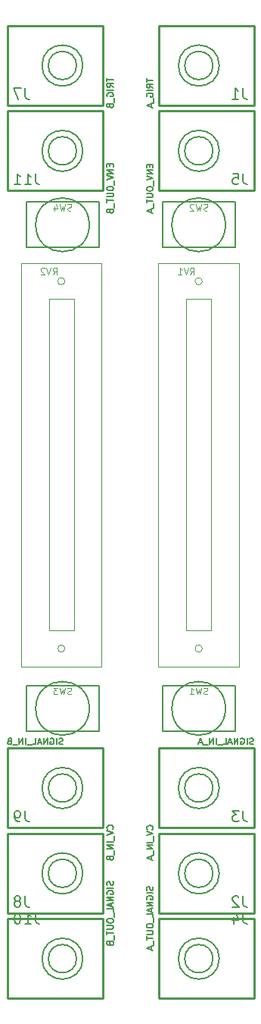
<source format=gbr>
G04 #@! TF.GenerationSoftware,KiCad,Pcbnew,(5.1.9)-1*
G04 #@! TF.CreationDate,2021-09-10T16:45:40+02:00*
G04 #@! TF.ProjectId,Skis,536b6973-2e6b-4696-9361-645f70636258,rev?*
G04 #@! TF.SameCoordinates,Original*
G04 #@! TF.FileFunction,Legend,Bot*
G04 #@! TF.FilePolarity,Positive*
%FSLAX46Y46*%
G04 Gerber Fmt 4.6, Leading zero omitted, Abs format (unit mm)*
G04 Created by KiCad (PCBNEW (5.1.9)-1) date 2021-09-10 16:45:40*
%MOMM*%
%LPD*%
G01*
G04 APERTURE LIST*
%ADD10C,0.120000*%
%ADD11C,0.127000*%
%ADD12C,0.254000*%
%ADD13C,0.150000*%
%ADD14C,0.152400*%
G04 APERTURE END LIST*
D10*
X90675000Y-85302000D02*
X90675000Y-48302000D01*
X93475000Y-48302000D02*
X93475000Y-85302000D01*
X90675000Y-48302000D02*
X93475000Y-48302000D01*
X90675000Y-85302000D02*
X93475000Y-85302000D01*
X92475000Y-87302000D02*
G75*
G03*
X92475000Y-87302000I-400000J0D01*
G01*
X92475000Y-46302000D02*
G75*
G03*
X92475000Y-46302000I-400000J0D01*
G01*
X87575000Y-44302000D02*
X87575000Y-89302000D01*
X96575000Y-44302000D02*
X87575000Y-44302000D01*
X96575000Y-89302000D02*
X96575000Y-44302000D01*
X87575000Y-89302000D02*
X96575000Y-89302000D01*
D11*
X94373700Y-22225000D02*
G75*
G03*
X94373700Y-22225000I-2286000J0D01*
G01*
X93662500Y-22225000D02*
G75*
G03*
X93662500Y-22225000I-1574800J0D01*
G01*
D12*
X87579200Y-26670000D02*
X87579200Y-17780000D01*
X98247200Y-26670000D02*
X87579200Y-26670000D01*
X98247200Y-17780000D02*
X98247200Y-26670000D01*
X87579200Y-17780000D02*
X98247200Y-17780000D01*
D11*
X94373699Y-112395000D02*
G75*
G03*
X94373699Y-112395000I-2286000J0D01*
G01*
X93662499Y-112395000D02*
G75*
G03*
X93662499Y-112395000I-1574800J0D01*
G01*
D12*
X87579199Y-116840000D02*
X87579199Y-107950000D01*
X98247199Y-116840000D02*
X87579199Y-116840000D01*
X98247199Y-107950000D02*
X98247199Y-116840000D01*
X87579199Y-107950000D02*
X98247199Y-107950000D01*
D11*
X94373700Y-102870000D02*
G75*
G03*
X94373700Y-102870000I-2286000J0D01*
G01*
X93662500Y-102870000D02*
G75*
G03*
X93662500Y-102870000I-1574800J0D01*
G01*
D12*
X87579200Y-107315000D02*
X87579200Y-98425000D01*
X98247200Y-107315000D02*
X87579200Y-107315000D01*
X98247200Y-98425000D02*
X98247200Y-107315000D01*
X87579200Y-98425000D02*
X98247200Y-98425000D01*
X87579200Y-117475000D02*
X98247200Y-117475000D01*
X98247200Y-117475000D02*
X98247200Y-126365000D01*
X98247200Y-126365000D02*
X87579200Y-126365000D01*
X87579200Y-126365000D02*
X87579200Y-117475000D01*
D11*
X93662500Y-121920000D02*
G75*
G03*
X93662500Y-121920000I-1574800J0D01*
G01*
X94373700Y-121920000D02*
G75*
G03*
X94373700Y-121920000I-2286000J0D01*
G01*
D12*
X87579200Y-27305000D02*
X98247200Y-27305000D01*
X98247200Y-27305000D02*
X98247200Y-36195000D01*
X98247200Y-36195000D02*
X87579200Y-36195000D01*
X87579200Y-36195000D02*
X87579200Y-27305000D01*
D11*
X93662500Y-31750000D02*
G75*
G03*
X93662500Y-31750000I-1574800J0D01*
G01*
X94373700Y-31750000D02*
G75*
G03*
X94373700Y-31750000I-2286000J0D01*
G01*
D13*
X95075000Y-93980000D02*
G75*
G03*
X95075000Y-93980000I-3000000J0D01*
G01*
X96140000Y-96520000D02*
X88010000Y-96520000D01*
X96140000Y-91440000D02*
X88010000Y-91440000D01*
X96140000Y-91440000D02*
X96140000Y-96520000D01*
X88010000Y-91440000D02*
X88010000Y-96520000D01*
X88010000Y-37465000D02*
X88010000Y-42545000D01*
X96140000Y-37465000D02*
X96140000Y-42545000D01*
X96140000Y-37465000D02*
X88010000Y-37465000D01*
X96140000Y-42545000D02*
X88010000Y-42545000D01*
X95075000Y-40005000D02*
G75*
G03*
X95075000Y-40005000I-3000000J0D01*
G01*
D12*
X81330800Y-26670000D02*
X70662800Y-26670000D01*
X70662800Y-26670000D02*
X70662800Y-17780000D01*
X70662800Y-17780000D02*
X81330800Y-17780000D01*
X81330800Y-17780000D02*
X81330800Y-26670000D01*
D11*
X78397100Y-22225000D02*
G75*
G03*
X78397100Y-22225000I-1574800J0D01*
G01*
X79108300Y-22225000D02*
G75*
G03*
X79108300Y-22225000I-2286000J0D01*
G01*
X79108300Y-112395000D02*
G75*
G03*
X79108300Y-112395000I-2286000J0D01*
G01*
X78397100Y-112395000D02*
G75*
G03*
X78397100Y-112395000I-1574800J0D01*
G01*
D12*
X81330800Y-107950000D02*
X81330800Y-116840000D01*
X70662800Y-107950000D02*
X81330800Y-107950000D01*
X70662800Y-116840000D02*
X70662800Y-107950000D01*
X81330800Y-116840000D02*
X70662800Y-116840000D01*
D11*
X79108300Y-102870000D02*
G75*
G03*
X79108300Y-102870000I-2286000J0D01*
G01*
X78397100Y-102870000D02*
G75*
G03*
X78397100Y-102870000I-1574800J0D01*
G01*
D12*
X81330800Y-98425000D02*
X81330800Y-107315000D01*
X70662800Y-98425000D02*
X81330800Y-98425000D01*
X70662800Y-107315000D02*
X70662800Y-98425000D01*
X81330800Y-107315000D02*
X70662800Y-107315000D01*
D11*
X79108300Y-121920000D02*
G75*
G03*
X79108300Y-121920000I-2286000J0D01*
G01*
X78397100Y-121920000D02*
G75*
G03*
X78397100Y-121920000I-1574800J0D01*
G01*
D12*
X81330800Y-117475000D02*
X81330800Y-126365000D01*
X70662800Y-117475000D02*
X81330800Y-117475000D01*
X70662800Y-126365000D02*
X70662800Y-117475000D01*
X81330800Y-126365000D02*
X70662800Y-126365000D01*
X81330800Y-36195000D02*
X70662800Y-36195000D01*
X70662800Y-36195000D02*
X70662800Y-27305000D01*
X70662800Y-27305000D02*
X81330800Y-27305000D01*
X81330800Y-27305000D02*
X81330800Y-36195000D01*
D11*
X78397100Y-31750000D02*
G75*
G03*
X78397100Y-31750000I-1574800J0D01*
G01*
X79108300Y-31750000D02*
G75*
G03*
X79108300Y-31750000I-2286000J0D01*
G01*
D13*
X79835000Y-93980000D02*
G75*
G03*
X79835000Y-93980000I-3000000J0D01*
G01*
X80900000Y-96520000D02*
X72770000Y-96520000D01*
X80900000Y-91440000D02*
X72770000Y-91440000D01*
X80900000Y-91440000D02*
X80900000Y-96520000D01*
X72770000Y-91440000D02*
X72770000Y-96520000D01*
X72770000Y-37465000D02*
X72770000Y-42545000D01*
X80900000Y-37465000D02*
X80900000Y-42545000D01*
X80900000Y-37465000D02*
X72770000Y-37465000D01*
X80900000Y-42545000D02*
X72770000Y-42545000D01*
X79835000Y-40005000D02*
G75*
G03*
X79835000Y-40005000I-3000000J0D01*
G01*
D10*
X72208000Y-89302000D02*
X81208000Y-89302000D01*
X81208000Y-89302000D02*
X81208000Y-44302000D01*
X81208000Y-44302000D02*
X72208000Y-44302000D01*
X72208000Y-44302000D02*
X72208000Y-89302000D01*
X77108000Y-46302000D02*
G75*
G03*
X77108000Y-46302000I-400000J0D01*
G01*
X77108000Y-87302000D02*
G75*
G03*
X77108000Y-87302000I-400000J0D01*
G01*
X75308000Y-85302000D02*
X78108000Y-85302000D01*
X75308000Y-48302000D02*
X78108000Y-48302000D01*
X78108000Y-48302000D02*
X78108000Y-85302000D01*
X75308000Y-85302000D02*
X75308000Y-48302000D01*
X91124428Y-45551285D02*
X91374428Y-45194142D01*
X91553000Y-45551285D02*
X91553000Y-44801285D01*
X91267285Y-44801285D01*
X91195857Y-44837000D01*
X91160142Y-44872714D01*
X91124428Y-44944142D01*
X91124428Y-45051285D01*
X91160142Y-45122714D01*
X91195857Y-45158428D01*
X91267285Y-45194142D01*
X91553000Y-45194142D01*
X90910142Y-44801285D02*
X90660142Y-45551285D01*
X90410142Y-44801285D01*
X89767285Y-45551285D02*
X90195857Y-45551285D01*
X89981571Y-45551285D02*
X89981571Y-44801285D01*
X90053000Y-44908428D01*
X90124428Y-44979857D01*
X90195857Y-45015571D01*
D14*
X97058963Y-24771047D02*
X97058963Y-25632833D01*
X97116416Y-25805190D01*
X97231320Y-25920095D01*
X97403678Y-25977547D01*
X97518582Y-25977547D01*
X95852463Y-25977547D02*
X96541892Y-25977547D01*
X96197178Y-25977547D02*
X96197178Y-24771047D01*
X96312082Y-24943404D01*
X96426987Y-25058309D01*
X96541892Y-25115761D01*
X86261666Y-23660726D02*
X86261666Y-24060726D01*
X86961666Y-23860726D02*
X86261666Y-23860726D01*
X86961666Y-24694060D02*
X86628333Y-24460726D01*
X86961666Y-24294060D02*
X86261666Y-24294060D01*
X86261666Y-24560726D01*
X86295000Y-24627393D01*
X86328333Y-24660726D01*
X86395000Y-24694060D01*
X86495000Y-24694060D01*
X86561666Y-24660726D01*
X86595000Y-24627393D01*
X86628333Y-24560726D01*
X86628333Y-24294060D01*
X86961666Y-24994060D02*
X86261666Y-24994060D01*
X86295000Y-25694060D02*
X86261666Y-25627393D01*
X86261666Y-25527393D01*
X86295000Y-25427393D01*
X86361666Y-25360726D01*
X86428333Y-25327393D01*
X86561666Y-25294060D01*
X86661666Y-25294060D01*
X86795000Y-25327393D01*
X86861666Y-25360726D01*
X86928333Y-25427393D01*
X86961666Y-25527393D01*
X86961666Y-25594060D01*
X86928333Y-25694060D01*
X86895000Y-25727393D01*
X86661666Y-25727393D01*
X86661666Y-25594060D01*
X87028333Y-25860726D02*
X87028333Y-26394060D01*
X86761666Y-26527393D02*
X86761666Y-26860726D01*
X86961666Y-26460726D02*
X86261666Y-26694060D01*
X86961666Y-26927393D01*
X97058962Y-114941047D02*
X97058962Y-115802833D01*
X97116415Y-115975190D01*
X97231319Y-116090095D01*
X97403677Y-116147547D01*
X97518581Y-116147547D01*
X96541891Y-115055952D02*
X96484439Y-114998500D01*
X96369534Y-114941047D01*
X96082272Y-114941047D01*
X95967367Y-114998500D01*
X95909915Y-115055952D01*
X95852462Y-115170857D01*
X95852462Y-115285761D01*
X95909915Y-115458119D01*
X96599343Y-116147547D01*
X95852462Y-116147547D01*
X86894999Y-107504993D02*
X86928332Y-107471660D01*
X86961665Y-107371660D01*
X86961665Y-107304993D01*
X86928332Y-107204993D01*
X86861665Y-107138327D01*
X86794999Y-107104993D01*
X86661665Y-107071660D01*
X86561665Y-107071660D01*
X86428332Y-107104993D01*
X86361665Y-107138327D01*
X86294999Y-107204993D01*
X86261665Y-107304993D01*
X86261665Y-107371660D01*
X86294999Y-107471660D01*
X86328332Y-107504993D01*
X86261665Y-107704993D02*
X86961665Y-107938327D01*
X86261665Y-108171660D01*
X87028332Y-108238327D02*
X87028332Y-108771660D01*
X86961665Y-108938327D02*
X86261665Y-108938327D01*
X86961665Y-109271660D02*
X86261665Y-109271660D01*
X86961665Y-109671660D01*
X86261665Y-109671660D01*
X87028332Y-109838327D02*
X87028332Y-110371660D01*
X86761665Y-110504993D02*
X86761665Y-110838327D01*
X86961665Y-110438327D02*
X86261665Y-110671660D01*
X86961665Y-110904993D01*
X97058963Y-105416047D02*
X97058963Y-106277833D01*
X97116416Y-106450190D01*
X97231320Y-106565095D01*
X97403678Y-106622547D01*
X97518582Y-106622547D01*
X96599344Y-105416047D02*
X95852463Y-105416047D01*
X96254630Y-105875666D01*
X96082273Y-105875666D01*
X95967368Y-105933119D01*
X95909916Y-105990571D01*
X95852463Y-106105476D01*
X95852463Y-106392738D01*
X95909916Y-106507642D01*
X95967368Y-106565095D01*
X96082273Y-106622547D01*
X96426987Y-106622547D01*
X96541892Y-106565095D01*
X96599344Y-106507642D01*
X98192606Y-97977333D02*
X98092606Y-98010666D01*
X97925940Y-98010666D01*
X97859273Y-97977333D01*
X97825940Y-97944000D01*
X97792606Y-97877333D01*
X97792606Y-97810666D01*
X97825940Y-97744000D01*
X97859273Y-97710666D01*
X97925940Y-97677333D01*
X98059273Y-97644000D01*
X98125940Y-97610666D01*
X98159273Y-97577333D01*
X98192606Y-97510666D01*
X98192606Y-97444000D01*
X98159273Y-97377333D01*
X98125940Y-97344000D01*
X98059273Y-97310666D01*
X97892606Y-97310666D01*
X97792606Y-97344000D01*
X97492606Y-98010666D02*
X97492606Y-97310666D01*
X96792606Y-97344000D02*
X96859273Y-97310666D01*
X96959273Y-97310666D01*
X97059273Y-97344000D01*
X97125940Y-97410666D01*
X97159273Y-97477333D01*
X97192606Y-97610666D01*
X97192606Y-97710666D01*
X97159273Y-97844000D01*
X97125940Y-97910666D01*
X97059273Y-97977333D01*
X96959273Y-98010666D01*
X96892606Y-98010666D01*
X96792606Y-97977333D01*
X96759273Y-97944000D01*
X96759273Y-97710666D01*
X96892606Y-97710666D01*
X96459273Y-98010666D02*
X96459273Y-97310666D01*
X96059273Y-98010666D01*
X96059273Y-97310666D01*
X95759273Y-97810666D02*
X95425940Y-97810666D01*
X95825940Y-98010666D02*
X95592606Y-97310666D01*
X95359273Y-98010666D01*
X94792606Y-98010666D02*
X95125940Y-98010666D01*
X95125940Y-97310666D01*
X94725940Y-98077333D02*
X94192606Y-98077333D01*
X94025940Y-98010666D02*
X94025940Y-97310666D01*
X93692606Y-98010666D02*
X93692606Y-97310666D01*
X93292606Y-98010666D01*
X93292606Y-97310666D01*
X93125940Y-98077333D02*
X92592606Y-98077333D01*
X92459273Y-97810666D02*
X92125940Y-97810666D01*
X92525940Y-98010666D02*
X92292606Y-97310666D01*
X92059273Y-98010666D01*
X97058963Y-116846047D02*
X97058963Y-117707833D01*
X97116416Y-117880190D01*
X97231320Y-117995095D01*
X97403678Y-118052547D01*
X97518582Y-118052547D01*
X95967368Y-117248214D02*
X95967368Y-118052547D01*
X96254630Y-116788595D02*
X96541892Y-117650380D01*
X95795011Y-117650380D01*
X86928333Y-113897393D02*
X86961666Y-113997393D01*
X86961666Y-114164060D01*
X86928333Y-114230726D01*
X86895000Y-114264060D01*
X86828333Y-114297393D01*
X86761666Y-114297393D01*
X86695000Y-114264060D01*
X86661666Y-114230726D01*
X86628333Y-114164060D01*
X86595000Y-114030726D01*
X86561666Y-113964060D01*
X86528333Y-113930726D01*
X86461666Y-113897393D01*
X86395000Y-113897393D01*
X86328333Y-113930726D01*
X86295000Y-113964060D01*
X86261666Y-114030726D01*
X86261666Y-114197393D01*
X86295000Y-114297393D01*
X86961666Y-114597393D02*
X86261666Y-114597393D01*
X86295000Y-115297393D02*
X86261666Y-115230726D01*
X86261666Y-115130726D01*
X86295000Y-115030726D01*
X86361666Y-114964060D01*
X86428333Y-114930726D01*
X86561666Y-114897393D01*
X86661666Y-114897393D01*
X86795000Y-114930726D01*
X86861666Y-114964060D01*
X86928333Y-115030726D01*
X86961666Y-115130726D01*
X86961666Y-115197393D01*
X86928333Y-115297393D01*
X86895000Y-115330726D01*
X86661666Y-115330726D01*
X86661666Y-115197393D01*
X86961666Y-115630726D02*
X86261666Y-115630726D01*
X86961666Y-116030726D01*
X86261666Y-116030726D01*
X86761666Y-116330726D02*
X86761666Y-116664060D01*
X86961666Y-116264060D02*
X86261666Y-116497393D01*
X86961666Y-116730726D01*
X86961666Y-117297393D02*
X86961666Y-116964060D01*
X86261666Y-116964060D01*
X87028333Y-117364060D02*
X87028333Y-117897393D01*
X86261666Y-118197393D02*
X86261666Y-118330726D01*
X86295000Y-118397393D01*
X86361666Y-118464060D01*
X86495000Y-118497393D01*
X86728333Y-118497393D01*
X86861666Y-118464060D01*
X86928333Y-118397393D01*
X86961666Y-118330726D01*
X86961666Y-118197393D01*
X86928333Y-118130726D01*
X86861666Y-118064060D01*
X86728333Y-118030726D01*
X86495000Y-118030726D01*
X86361666Y-118064060D01*
X86295000Y-118130726D01*
X86261666Y-118197393D01*
X86261666Y-118797393D02*
X86828333Y-118797393D01*
X86895000Y-118830726D01*
X86928333Y-118864060D01*
X86961666Y-118930726D01*
X86961666Y-119064060D01*
X86928333Y-119130726D01*
X86895000Y-119164060D01*
X86828333Y-119197393D01*
X86261666Y-119197393D01*
X86261666Y-119430726D02*
X86261666Y-119830726D01*
X86961666Y-119630726D02*
X86261666Y-119630726D01*
X87028333Y-119897393D02*
X87028333Y-120430726D01*
X86761666Y-120564060D02*
X86761666Y-120897393D01*
X86961666Y-120497393D02*
X86261666Y-120730726D01*
X86961666Y-120964060D01*
X97058963Y-34296047D02*
X97058963Y-35157833D01*
X97116416Y-35330190D01*
X97231320Y-35445095D01*
X97403678Y-35502547D01*
X97518582Y-35502547D01*
X95909916Y-34296047D02*
X96484440Y-34296047D01*
X96541892Y-34870571D01*
X96484440Y-34813119D01*
X96369535Y-34755666D01*
X96082273Y-34755666D01*
X95967368Y-34813119D01*
X95909916Y-34870571D01*
X95852463Y-34985476D01*
X95852463Y-35272738D01*
X95909916Y-35387642D01*
X95967368Y-35445095D01*
X96082273Y-35502547D01*
X96369535Y-35502547D01*
X96484440Y-35445095D01*
X96541892Y-35387642D01*
X86595000Y-33285726D02*
X86595000Y-33519060D01*
X86961666Y-33619060D02*
X86961666Y-33285726D01*
X86261666Y-33285726D01*
X86261666Y-33619060D01*
X86961666Y-33919060D02*
X86261666Y-33919060D01*
X86961666Y-34319060D01*
X86261666Y-34319060D01*
X86261666Y-34552393D02*
X86961666Y-34785726D01*
X86261666Y-35019060D01*
X87028333Y-35085726D02*
X87028333Y-35619060D01*
X86261666Y-35919060D02*
X86261666Y-36052393D01*
X86295000Y-36119060D01*
X86361666Y-36185726D01*
X86495000Y-36219060D01*
X86728333Y-36219060D01*
X86861666Y-36185726D01*
X86928333Y-36119060D01*
X86961666Y-36052393D01*
X86961666Y-35919060D01*
X86928333Y-35852393D01*
X86861666Y-35785726D01*
X86728333Y-35752393D01*
X86495000Y-35752393D01*
X86361666Y-35785726D01*
X86295000Y-35852393D01*
X86261666Y-35919060D01*
X86261666Y-36519060D02*
X86828333Y-36519060D01*
X86895000Y-36552393D01*
X86928333Y-36585726D01*
X86961666Y-36652393D01*
X86961666Y-36785726D01*
X86928333Y-36852393D01*
X86895000Y-36885726D01*
X86828333Y-36919060D01*
X86261666Y-36919060D01*
X86261666Y-37152393D02*
X86261666Y-37552393D01*
X86961666Y-37352393D02*
X86261666Y-37352393D01*
X87028333Y-37619060D02*
X87028333Y-38152393D01*
X86761666Y-38285726D02*
X86761666Y-38619060D01*
X86961666Y-38219060D02*
X86261666Y-38452393D01*
X86961666Y-38685726D01*
D10*
X93075000Y-92378571D02*
X92967857Y-92414285D01*
X92789285Y-92414285D01*
X92717857Y-92378571D01*
X92682142Y-92342857D01*
X92646428Y-92271428D01*
X92646428Y-92200000D01*
X92682142Y-92128571D01*
X92717857Y-92092857D01*
X92789285Y-92057142D01*
X92932142Y-92021428D01*
X93003571Y-91985714D01*
X93039285Y-91950000D01*
X93075000Y-91878571D01*
X93075000Y-91807142D01*
X93039285Y-91735714D01*
X93003571Y-91700000D01*
X92932142Y-91664285D01*
X92753571Y-91664285D01*
X92646428Y-91700000D01*
X92396428Y-91664285D02*
X92217857Y-92414285D01*
X92075000Y-91878571D01*
X91932142Y-92414285D01*
X91753571Y-91664285D01*
X91075000Y-92414285D02*
X91503571Y-92414285D01*
X91289285Y-92414285D02*
X91289285Y-91664285D01*
X91360714Y-91771428D01*
X91432142Y-91842857D01*
X91503571Y-91878571D01*
X93075000Y-38403571D02*
X92967857Y-38439285D01*
X92789285Y-38439285D01*
X92717857Y-38403571D01*
X92682142Y-38367857D01*
X92646428Y-38296428D01*
X92646428Y-38225000D01*
X92682142Y-38153571D01*
X92717857Y-38117857D01*
X92789285Y-38082142D01*
X92932142Y-38046428D01*
X93003571Y-38010714D01*
X93039285Y-37975000D01*
X93075000Y-37903571D01*
X93075000Y-37832142D01*
X93039285Y-37760714D01*
X93003571Y-37725000D01*
X92932142Y-37689285D01*
X92753571Y-37689285D01*
X92646428Y-37725000D01*
X92396428Y-37689285D02*
X92217857Y-38439285D01*
X92075000Y-37903571D01*
X91932142Y-38439285D01*
X91753571Y-37689285D01*
X91503571Y-37760714D02*
X91467857Y-37725000D01*
X91396428Y-37689285D01*
X91217857Y-37689285D01*
X91146428Y-37725000D01*
X91110714Y-37760714D01*
X91075000Y-37832142D01*
X91075000Y-37903571D01*
X91110714Y-38010714D01*
X91539285Y-38439285D01*
X91075000Y-38439285D01*
D14*
X72655369Y-24771047D02*
X72655369Y-25632833D01*
X72712821Y-25805190D01*
X72827726Y-25920095D01*
X73000083Y-25977547D01*
X73114988Y-25977547D01*
X72195750Y-24771047D02*
X71391417Y-24771047D01*
X71908488Y-25977547D01*
X81816666Y-23615006D02*
X81816666Y-24015006D01*
X82516666Y-23815006D02*
X81816666Y-23815006D01*
X82516666Y-24648340D02*
X82183333Y-24415006D01*
X82516666Y-24248340D02*
X81816666Y-24248340D01*
X81816666Y-24515006D01*
X81850000Y-24581673D01*
X81883333Y-24615006D01*
X81950000Y-24648340D01*
X82050000Y-24648340D01*
X82116666Y-24615006D01*
X82150000Y-24581673D01*
X82183333Y-24515006D01*
X82183333Y-24248340D01*
X82516666Y-24948340D02*
X81816666Y-24948340D01*
X81850000Y-25648340D02*
X81816666Y-25581673D01*
X81816666Y-25481673D01*
X81850000Y-25381673D01*
X81916666Y-25315006D01*
X81983333Y-25281673D01*
X82116666Y-25248340D01*
X82216666Y-25248340D01*
X82350000Y-25281673D01*
X82416666Y-25315006D01*
X82483333Y-25381673D01*
X82516666Y-25481673D01*
X82516666Y-25548340D01*
X82483333Y-25648340D01*
X82450000Y-25681673D01*
X82216666Y-25681673D01*
X82216666Y-25548340D01*
X82583333Y-25815006D02*
X82583333Y-26348340D01*
X82150000Y-26748340D02*
X82183333Y-26848340D01*
X82216666Y-26881673D01*
X82283333Y-26915006D01*
X82383333Y-26915006D01*
X82450000Y-26881673D01*
X82483333Y-26848340D01*
X82516666Y-26781673D01*
X82516666Y-26515006D01*
X81816666Y-26515006D01*
X81816666Y-26748340D01*
X81850000Y-26815006D01*
X81883333Y-26848340D01*
X81950000Y-26881673D01*
X82016666Y-26881673D01*
X82083333Y-26848340D01*
X82116666Y-26815006D01*
X82150000Y-26748340D01*
X82150000Y-26515006D01*
X72655369Y-114941047D02*
X72655369Y-115802833D01*
X72712821Y-115975190D01*
X72827726Y-116090095D01*
X73000083Y-116147547D01*
X73114988Y-116147547D01*
X71908488Y-115458119D02*
X72023393Y-115400666D01*
X72080845Y-115343214D01*
X72138298Y-115228309D01*
X72138298Y-115170857D01*
X72080845Y-115055952D01*
X72023393Y-114998500D01*
X71908488Y-114941047D01*
X71678679Y-114941047D01*
X71563774Y-114998500D01*
X71506321Y-115055952D01*
X71448869Y-115170857D01*
X71448869Y-115228309D01*
X71506321Y-115343214D01*
X71563774Y-115400666D01*
X71678679Y-115458119D01*
X71908488Y-115458119D01*
X72023393Y-115515571D01*
X72080845Y-115573023D01*
X72138298Y-115687928D01*
X72138298Y-115917738D01*
X72080845Y-116032642D01*
X72023393Y-116090095D01*
X71908488Y-116147547D01*
X71678679Y-116147547D01*
X71563774Y-116090095D01*
X71506321Y-116032642D01*
X71448869Y-115917738D01*
X71448869Y-115687928D01*
X71506321Y-115573023D01*
X71563774Y-115515571D01*
X71678679Y-115458119D01*
X82450000Y-107459273D02*
X82483333Y-107425940D01*
X82516666Y-107325940D01*
X82516666Y-107259273D01*
X82483333Y-107159273D01*
X82416666Y-107092606D01*
X82350000Y-107059273D01*
X82216666Y-107025940D01*
X82116666Y-107025940D01*
X81983333Y-107059273D01*
X81916666Y-107092606D01*
X81850000Y-107159273D01*
X81816666Y-107259273D01*
X81816666Y-107325940D01*
X81850000Y-107425940D01*
X81883333Y-107459273D01*
X81816666Y-107659273D02*
X82516666Y-107892606D01*
X81816666Y-108125940D01*
X82583333Y-108192606D02*
X82583333Y-108725940D01*
X82516666Y-108892606D02*
X81816666Y-108892606D01*
X82516666Y-109225940D02*
X81816666Y-109225940D01*
X82516666Y-109625940D01*
X81816666Y-109625940D01*
X82583333Y-109792606D02*
X82583333Y-110325940D01*
X82150000Y-110725940D02*
X82183333Y-110825940D01*
X82216666Y-110859273D01*
X82283333Y-110892606D01*
X82383333Y-110892606D01*
X82450000Y-110859273D01*
X82483333Y-110825940D01*
X82516666Y-110759273D01*
X82516666Y-110492606D01*
X81816666Y-110492606D01*
X81816666Y-110725940D01*
X81850000Y-110792606D01*
X81883333Y-110825940D01*
X81950000Y-110859273D01*
X82016666Y-110859273D01*
X82083333Y-110825940D01*
X82116666Y-110792606D01*
X82150000Y-110725940D01*
X82150000Y-110492606D01*
X72655369Y-105416047D02*
X72655369Y-106277833D01*
X72712821Y-106450190D01*
X72827726Y-106565095D01*
X73000083Y-106622547D01*
X73114988Y-106622547D01*
X72023393Y-106622547D02*
X71793583Y-106622547D01*
X71678679Y-106565095D01*
X71621226Y-106507642D01*
X71506321Y-106335285D01*
X71448869Y-106105476D01*
X71448869Y-105645857D01*
X71506321Y-105530952D01*
X71563774Y-105473500D01*
X71678679Y-105416047D01*
X71908488Y-105416047D01*
X72023393Y-105473500D01*
X72080845Y-105530952D01*
X72138298Y-105645857D01*
X72138298Y-105933119D01*
X72080845Y-106048023D01*
X72023393Y-106105476D01*
X71908488Y-106162928D01*
X71678679Y-106162928D01*
X71563774Y-106105476D01*
X71506321Y-106048023D01*
X71448869Y-105933119D01*
X76884060Y-97977333D02*
X76784060Y-98010666D01*
X76617393Y-98010666D01*
X76550726Y-97977333D01*
X76517393Y-97944000D01*
X76484060Y-97877333D01*
X76484060Y-97810666D01*
X76517393Y-97744000D01*
X76550726Y-97710666D01*
X76617393Y-97677333D01*
X76750726Y-97644000D01*
X76817393Y-97610666D01*
X76850726Y-97577333D01*
X76884060Y-97510666D01*
X76884060Y-97444000D01*
X76850726Y-97377333D01*
X76817393Y-97344000D01*
X76750726Y-97310666D01*
X76584060Y-97310666D01*
X76484060Y-97344000D01*
X76184060Y-98010666D02*
X76184060Y-97310666D01*
X75484060Y-97344000D02*
X75550726Y-97310666D01*
X75650726Y-97310666D01*
X75750726Y-97344000D01*
X75817393Y-97410666D01*
X75850726Y-97477333D01*
X75884060Y-97610666D01*
X75884060Y-97710666D01*
X75850726Y-97844000D01*
X75817393Y-97910666D01*
X75750726Y-97977333D01*
X75650726Y-98010666D01*
X75584060Y-98010666D01*
X75484060Y-97977333D01*
X75450726Y-97944000D01*
X75450726Y-97710666D01*
X75584060Y-97710666D01*
X75150726Y-98010666D02*
X75150726Y-97310666D01*
X74750726Y-98010666D01*
X74750726Y-97310666D01*
X74450726Y-97810666D02*
X74117393Y-97810666D01*
X74517393Y-98010666D02*
X74284060Y-97310666D01*
X74050726Y-98010666D01*
X73484060Y-98010666D02*
X73817393Y-98010666D01*
X73817393Y-97310666D01*
X73417393Y-98077333D02*
X72884060Y-98077333D01*
X72717393Y-98010666D02*
X72717393Y-97310666D01*
X72384060Y-98010666D02*
X72384060Y-97310666D01*
X71984060Y-98010666D01*
X71984060Y-97310666D01*
X71817393Y-98077333D02*
X71284060Y-98077333D01*
X70884060Y-97644000D02*
X70784060Y-97677333D01*
X70750726Y-97710666D01*
X70717393Y-97777333D01*
X70717393Y-97877333D01*
X70750726Y-97944000D01*
X70784060Y-97977333D01*
X70850726Y-98010666D01*
X71117393Y-98010666D01*
X71117393Y-97310666D01*
X70884060Y-97310666D01*
X70817393Y-97344000D01*
X70784060Y-97377333D01*
X70750726Y-97444000D01*
X70750726Y-97510666D01*
X70784060Y-97577333D01*
X70817393Y-97610666D01*
X70884060Y-97644000D01*
X71117393Y-97644000D01*
X73804417Y-116846047D02*
X73804417Y-117707833D01*
X73861869Y-117880190D01*
X73976774Y-117995095D01*
X74149131Y-118052547D01*
X74264036Y-118052547D01*
X72597917Y-118052547D02*
X73287345Y-118052547D01*
X72942631Y-118052547D02*
X72942631Y-116846047D01*
X73057536Y-117018404D01*
X73172440Y-117133309D01*
X73287345Y-117190761D01*
X71851036Y-116846047D02*
X71736131Y-116846047D01*
X71621226Y-116903500D01*
X71563774Y-116960952D01*
X71506321Y-117075857D01*
X71448869Y-117305666D01*
X71448869Y-117592928D01*
X71506321Y-117822738D01*
X71563774Y-117937642D01*
X71621226Y-117995095D01*
X71736131Y-118052547D01*
X71851036Y-118052547D01*
X71965940Y-117995095D01*
X72023393Y-117937642D01*
X72080845Y-117822738D01*
X72138298Y-117592928D01*
X72138298Y-117305666D01*
X72080845Y-117075857D01*
X72023393Y-116960952D01*
X71965940Y-116903500D01*
X71851036Y-116846047D01*
X82483333Y-113317606D02*
X82516666Y-113417606D01*
X82516666Y-113584273D01*
X82483333Y-113650940D01*
X82450000Y-113684273D01*
X82383333Y-113717606D01*
X82316666Y-113717606D01*
X82250000Y-113684273D01*
X82216666Y-113650940D01*
X82183333Y-113584273D01*
X82150000Y-113450940D01*
X82116666Y-113384273D01*
X82083333Y-113350940D01*
X82016666Y-113317606D01*
X81950000Y-113317606D01*
X81883333Y-113350940D01*
X81850000Y-113384273D01*
X81816666Y-113450940D01*
X81816666Y-113617606D01*
X81850000Y-113717606D01*
X82516666Y-114017606D02*
X81816666Y-114017606D01*
X81850000Y-114717606D02*
X81816666Y-114650940D01*
X81816666Y-114550940D01*
X81850000Y-114450940D01*
X81916666Y-114384273D01*
X81983333Y-114350940D01*
X82116666Y-114317606D01*
X82216666Y-114317606D01*
X82350000Y-114350940D01*
X82416666Y-114384273D01*
X82483333Y-114450940D01*
X82516666Y-114550940D01*
X82516666Y-114617606D01*
X82483333Y-114717606D01*
X82450000Y-114750940D01*
X82216666Y-114750940D01*
X82216666Y-114617606D01*
X82516666Y-115050940D02*
X81816666Y-115050940D01*
X82516666Y-115450940D01*
X81816666Y-115450940D01*
X82316666Y-115750940D02*
X82316666Y-116084273D01*
X82516666Y-115684273D02*
X81816666Y-115917606D01*
X82516666Y-116150940D01*
X82516666Y-116717606D02*
X82516666Y-116384273D01*
X81816666Y-116384273D01*
X82583333Y-116784273D02*
X82583333Y-117317606D01*
X81816666Y-117617606D02*
X81816666Y-117750940D01*
X81850000Y-117817606D01*
X81916666Y-117884273D01*
X82050000Y-117917606D01*
X82283333Y-117917606D01*
X82416666Y-117884273D01*
X82483333Y-117817606D01*
X82516666Y-117750940D01*
X82516666Y-117617606D01*
X82483333Y-117550940D01*
X82416666Y-117484273D01*
X82283333Y-117450940D01*
X82050000Y-117450940D01*
X81916666Y-117484273D01*
X81850000Y-117550940D01*
X81816666Y-117617606D01*
X81816666Y-118217606D02*
X82383333Y-118217606D01*
X82450000Y-118250940D01*
X82483333Y-118284273D01*
X82516666Y-118350940D01*
X82516666Y-118484273D01*
X82483333Y-118550940D01*
X82450000Y-118584273D01*
X82383333Y-118617606D01*
X81816666Y-118617606D01*
X81816666Y-118850940D02*
X81816666Y-119250940D01*
X82516666Y-119050940D02*
X81816666Y-119050940D01*
X82583333Y-119317606D02*
X82583333Y-119850940D01*
X82150000Y-120250940D02*
X82183333Y-120350940D01*
X82216666Y-120384273D01*
X82283333Y-120417606D01*
X82383333Y-120417606D01*
X82450000Y-120384273D01*
X82483333Y-120350940D01*
X82516666Y-120284273D01*
X82516666Y-120017606D01*
X81816666Y-120017606D01*
X81816666Y-120250940D01*
X81850000Y-120317606D01*
X81883333Y-120350940D01*
X81950000Y-120384273D01*
X82016666Y-120384273D01*
X82083333Y-120350940D01*
X82116666Y-120317606D01*
X82150000Y-120250940D01*
X82150000Y-120017606D01*
X73804417Y-34296047D02*
X73804417Y-35157833D01*
X73861869Y-35330190D01*
X73976774Y-35445095D01*
X74149131Y-35502547D01*
X74264036Y-35502547D01*
X72597917Y-35502547D02*
X73287345Y-35502547D01*
X72942631Y-35502547D02*
X72942631Y-34296047D01*
X73057536Y-34468404D01*
X73172440Y-34583309D01*
X73287345Y-34640761D01*
X71448869Y-35502547D02*
X72138298Y-35502547D01*
X71793583Y-35502547D02*
X71793583Y-34296047D01*
X71908488Y-34468404D01*
X72023393Y-34583309D01*
X72138298Y-34640761D01*
X82150000Y-33240006D02*
X82150000Y-33473339D01*
X82516666Y-33573339D02*
X82516666Y-33240006D01*
X81816666Y-33240006D01*
X81816666Y-33573339D01*
X82516666Y-33873339D02*
X81816666Y-33873339D01*
X82516666Y-34273339D01*
X81816666Y-34273339D01*
X81816666Y-34506673D02*
X82516666Y-34740006D01*
X81816666Y-34973339D01*
X82583333Y-35040006D02*
X82583333Y-35573339D01*
X81816666Y-35873339D02*
X81816666Y-36006673D01*
X81850000Y-36073339D01*
X81916666Y-36140006D01*
X82050000Y-36173339D01*
X82283333Y-36173339D01*
X82416666Y-36140006D01*
X82483333Y-36073339D01*
X82516666Y-36006673D01*
X82516666Y-35873339D01*
X82483333Y-35806673D01*
X82416666Y-35740006D01*
X82283333Y-35706673D01*
X82050000Y-35706673D01*
X81916666Y-35740006D01*
X81850000Y-35806673D01*
X81816666Y-35873339D01*
X81816666Y-36473339D02*
X82383333Y-36473339D01*
X82450000Y-36506673D01*
X82483333Y-36540006D01*
X82516666Y-36606673D01*
X82516666Y-36740006D01*
X82483333Y-36806673D01*
X82450000Y-36840006D01*
X82383333Y-36873339D01*
X81816666Y-36873339D01*
X81816666Y-37106673D02*
X81816666Y-37506673D01*
X82516666Y-37306673D02*
X81816666Y-37306673D01*
X82583333Y-37573339D02*
X82583333Y-38106673D01*
X82150000Y-38506673D02*
X82183333Y-38606673D01*
X82216666Y-38640006D01*
X82283333Y-38673339D01*
X82383333Y-38673339D01*
X82450000Y-38640006D01*
X82483333Y-38606673D01*
X82516666Y-38540006D01*
X82516666Y-38273339D01*
X81816666Y-38273339D01*
X81816666Y-38506673D01*
X81850000Y-38573339D01*
X81883333Y-38606673D01*
X81950000Y-38640006D01*
X82016666Y-38640006D01*
X82083333Y-38606673D01*
X82116666Y-38573339D01*
X82150000Y-38506673D01*
X82150000Y-38273339D01*
D10*
X77835000Y-92378571D02*
X77727857Y-92414285D01*
X77549285Y-92414285D01*
X77477857Y-92378571D01*
X77442142Y-92342857D01*
X77406428Y-92271428D01*
X77406428Y-92200000D01*
X77442142Y-92128571D01*
X77477857Y-92092857D01*
X77549285Y-92057142D01*
X77692142Y-92021428D01*
X77763571Y-91985714D01*
X77799285Y-91950000D01*
X77835000Y-91878571D01*
X77835000Y-91807142D01*
X77799285Y-91735714D01*
X77763571Y-91700000D01*
X77692142Y-91664285D01*
X77513571Y-91664285D01*
X77406428Y-91700000D01*
X77156428Y-91664285D02*
X76977857Y-92414285D01*
X76835000Y-91878571D01*
X76692142Y-92414285D01*
X76513571Y-91664285D01*
X76299285Y-91664285D02*
X75835000Y-91664285D01*
X76085000Y-91950000D01*
X75977857Y-91950000D01*
X75906428Y-91985714D01*
X75870714Y-92021428D01*
X75835000Y-92092857D01*
X75835000Y-92271428D01*
X75870714Y-92342857D01*
X75906428Y-92378571D01*
X75977857Y-92414285D01*
X76192142Y-92414285D01*
X76263571Y-92378571D01*
X76299285Y-92342857D01*
X77835000Y-38403571D02*
X77727857Y-38439285D01*
X77549285Y-38439285D01*
X77477857Y-38403571D01*
X77442142Y-38367857D01*
X77406428Y-38296428D01*
X77406428Y-38225000D01*
X77442142Y-38153571D01*
X77477857Y-38117857D01*
X77549285Y-38082142D01*
X77692142Y-38046428D01*
X77763571Y-38010714D01*
X77799285Y-37975000D01*
X77835000Y-37903571D01*
X77835000Y-37832142D01*
X77799285Y-37760714D01*
X77763571Y-37725000D01*
X77692142Y-37689285D01*
X77513571Y-37689285D01*
X77406428Y-37725000D01*
X77156428Y-37689285D02*
X76977857Y-38439285D01*
X76835000Y-37903571D01*
X76692142Y-38439285D01*
X76513571Y-37689285D01*
X75906428Y-37939285D02*
X75906428Y-38439285D01*
X76085000Y-37653571D02*
X76263571Y-38189285D01*
X75799285Y-38189285D01*
X75757428Y-45551285D02*
X76007428Y-45194142D01*
X76186000Y-45551285D02*
X76186000Y-44801285D01*
X75900285Y-44801285D01*
X75828857Y-44837000D01*
X75793142Y-44872714D01*
X75757428Y-44944142D01*
X75757428Y-45051285D01*
X75793142Y-45122714D01*
X75828857Y-45158428D01*
X75900285Y-45194142D01*
X76186000Y-45194142D01*
X75543142Y-44801285D02*
X75293142Y-45551285D01*
X75043142Y-44801285D01*
X74828857Y-44872714D02*
X74793142Y-44837000D01*
X74721714Y-44801285D01*
X74543142Y-44801285D01*
X74471714Y-44837000D01*
X74436000Y-44872714D01*
X74400285Y-44944142D01*
X74400285Y-45015571D01*
X74436000Y-45122714D01*
X74864571Y-45551285D01*
X74400285Y-45551285D01*
M02*

</source>
